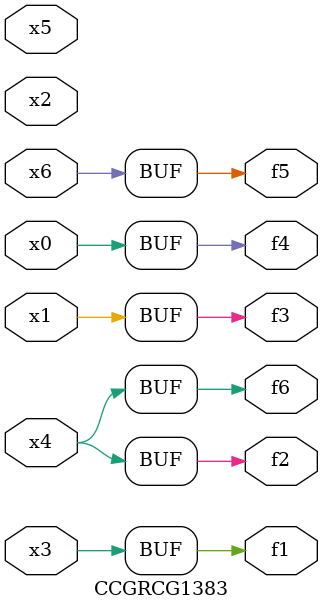
<source format=v>
module CCGRCG1383(
	input x0, x1, x2, x3, x4, x5, x6,
	output f1, f2, f3, f4, f5, f6
);
	assign f1 = x3;
	assign f2 = x4;
	assign f3 = x1;
	assign f4 = x0;
	assign f5 = x6;
	assign f6 = x4;
endmodule

</source>
